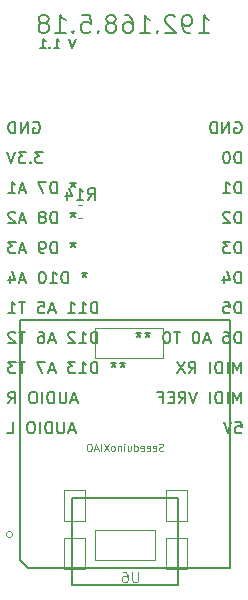
<source format=gbr>
G04 #@! TF.GenerationSoftware,KiCad,Pcbnew,(5.1.5-0)*
G04 #@! TF.CreationDate,2022-04-04T15:40:45-07:00*
G04 #@! TF.ProjectId,wvr_v.1.0,7776725f-762e-4312-9e30-2e6b69636164,rev?*
G04 #@! TF.SameCoordinates,Original*
G04 #@! TF.FileFunction,Legend,Bot*
G04 #@! TF.FilePolarity,Positive*
%FSLAX46Y46*%
G04 Gerber Fmt 4.6, Leading zero omitted, Abs format (unit mm)*
G04 Created by KiCad (PCBNEW (5.1.5-0)) date 2022-04-04 15:40:45*
%MOMM*%
%LPD*%
G04 APERTURE LIST*
%ADD10C,0.153000*%
%ADD11C,0.120000*%
%ADD12C,0.066040*%
%ADD13C,0.127000*%
%ADD14C,0.100000*%
%ADD15C,0.150000*%
%ADD16C,0.101600*%
%ADD17C,0.076200*%
G04 APERTURE END LIST*
D10*
X139323809Y-20361904D02*
X139057142Y-21161904D01*
X138790476Y-20361904D01*
X137495238Y-21161904D02*
X137952380Y-21161904D01*
X137723809Y-21161904D02*
X137723809Y-20361904D01*
X137800000Y-20476190D01*
X137876190Y-20552380D01*
X137952380Y-20590476D01*
X137152380Y-21085714D02*
X137114285Y-21123809D01*
X137152380Y-21161904D01*
X137190476Y-21123809D01*
X137152380Y-21085714D01*
X137152380Y-21161904D01*
X136352380Y-21161904D02*
X136809523Y-21161904D01*
X136580952Y-21161904D02*
X136580952Y-20361904D01*
X136657142Y-20476190D01*
X136733333Y-20552380D01*
X136809523Y-20590476D01*
X149757142Y-19878571D02*
X150614285Y-19878571D01*
X150185714Y-19878571D02*
X150185714Y-18378571D01*
X150328571Y-18592857D01*
X150471428Y-18735714D01*
X150614285Y-18807142D01*
X149042857Y-19878571D02*
X148757142Y-19878571D01*
X148614285Y-19807142D01*
X148542857Y-19735714D01*
X148400000Y-19521428D01*
X148328571Y-19235714D01*
X148328571Y-18664285D01*
X148400000Y-18521428D01*
X148471428Y-18450000D01*
X148614285Y-18378571D01*
X148900000Y-18378571D01*
X149042857Y-18450000D01*
X149114285Y-18521428D01*
X149185714Y-18664285D01*
X149185714Y-19021428D01*
X149114285Y-19164285D01*
X149042857Y-19235714D01*
X148900000Y-19307142D01*
X148614285Y-19307142D01*
X148471428Y-19235714D01*
X148400000Y-19164285D01*
X148328571Y-19021428D01*
X147757142Y-18521428D02*
X147685714Y-18450000D01*
X147542857Y-18378571D01*
X147185714Y-18378571D01*
X147042857Y-18450000D01*
X146971428Y-18521428D01*
X146900000Y-18664285D01*
X146900000Y-18807142D01*
X146971428Y-19021428D01*
X147828571Y-19878571D01*
X146900000Y-19878571D01*
X146257142Y-19735714D02*
X146185714Y-19807142D01*
X146257142Y-19878571D01*
X146328571Y-19807142D01*
X146257142Y-19735714D01*
X146257142Y-19878571D01*
X144757142Y-19878571D02*
X145614285Y-19878571D01*
X145185714Y-19878571D02*
X145185714Y-18378571D01*
X145328571Y-18592857D01*
X145471428Y-18735714D01*
X145614285Y-18807142D01*
X143471428Y-18378571D02*
X143757142Y-18378571D01*
X143900000Y-18450000D01*
X143971428Y-18521428D01*
X144114285Y-18735714D01*
X144185714Y-19021428D01*
X144185714Y-19592857D01*
X144114285Y-19735714D01*
X144042857Y-19807142D01*
X143900000Y-19878571D01*
X143614285Y-19878571D01*
X143471428Y-19807142D01*
X143400000Y-19735714D01*
X143328571Y-19592857D01*
X143328571Y-19235714D01*
X143400000Y-19092857D01*
X143471428Y-19021428D01*
X143614285Y-18950000D01*
X143900000Y-18950000D01*
X144042857Y-19021428D01*
X144114285Y-19092857D01*
X144185714Y-19235714D01*
X142471428Y-19021428D02*
X142614285Y-18950000D01*
X142685714Y-18878571D01*
X142757142Y-18735714D01*
X142757142Y-18664285D01*
X142685714Y-18521428D01*
X142614285Y-18450000D01*
X142471428Y-18378571D01*
X142185714Y-18378571D01*
X142042857Y-18450000D01*
X141971428Y-18521428D01*
X141900000Y-18664285D01*
X141900000Y-18735714D01*
X141971428Y-18878571D01*
X142042857Y-18950000D01*
X142185714Y-19021428D01*
X142471428Y-19021428D01*
X142614285Y-19092857D01*
X142685714Y-19164285D01*
X142757142Y-19307142D01*
X142757142Y-19592857D01*
X142685714Y-19735714D01*
X142614285Y-19807142D01*
X142471428Y-19878571D01*
X142185714Y-19878571D01*
X142042857Y-19807142D01*
X141971428Y-19735714D01*
X141900000Y-19592857D01*
X141900000Y-19307142D01*
X141971428Y-19164285D01*
X142042857Y-19092857D01*
X142185714Y-19021428D01*
X141257142Y-19735714D02*
X141185714Y-19807142D01*
X141257142Y-19878571D01*
X141328571Y-19807142D01*
X141257142Y-19735714D01*
X141257142Y-19878571D01*
X139828571Y-18378571D02*
X140542857Y-18378571D01*
X140614285Y-19092857D01*
X140542857Y-19021428D01*
X140400000Y-18950000D01*
X140042857Y-18950000D01*
X139900000Y-19021428D01*
X139828571Y-19092857D01*
X139757142Y-19235714D01*
X139757142Y-19592857D01*
X139828571Y-19735714D01*
X139900000Y-19807142D01*
X140042857Y-19878571D01*
X140400000Y-19878571D01*
X140542857Y-19807142D01*
X140614285Y-19735714D01*
X139114285Y-19735714D02*
X139042857Y-19807142D01*
X139114285Y-19878571D01*
X139185714Y-19807142D01*
X139114285Y-19735714D01*
X139114285Y-19878571D01*
X137614285Y-19878571D02*
X138471428Y-19878571D01*
X138042857Y-19878571D02*
X138042857Y-18378571D01*
X138185714Y-18592857D01*
X138328571Y-18735714D01*
X138471428Y-18807142D01*
X136757142Y-19021428D02*
X136900000Y-18950000D01*
X136971428Y-18878571D01*
X137042857Y-18735714D01*
X137042857Y-18664285D01*
X136971428Y-18521428D01*
X136900000Y-18450000D01*
X136757142Y-18378571D01*
X136471428Y-18378571D01*
X136328571Y-18450000D01*
X136257142Y-18521428D01*
X136185714Y-18664285D01*
X136185714Y-18735714D01*
X136257142Y-18878571D01*
X136328571Y-18950000D01*
X136471428Y-19021428D01*
X136757142Y-19021428D01*
X136900000Y-19092857D01*
X136971428Y-19164285D01*
X137042857Y-19307142D01*
X137042857Y-19592857D01*
X136971428Y-19735714D01*
X136900000Y-19807142D01*
X136757142Y-19878571D01*
X136471428Y-19878571D01*
X136328571Y-19807142D01*
X136257142Y-19735714D01*
X136185714Y-19592857D01*
X136185714Y-19307142D01*
X136257142Y-19164285D01*
X136328571Y-19092857D01*
X136471428Y-19021428D01*
X139258973Y-53506666D02*
X138782783Y-53506666D01*
X139354211Y-53792380D02*
X139020878Y-52792380D01*
X138687545Y-53792380D01*
X138354211Y-52792380D02*
X138354211Y-53601904D01*
X138306592Y-53697142D01*
X138258973Y-53744761D01*
X138163735Y-53792380D01*
X137973259Y-53792380D01*
X137878021Y-53744761D01*
X137830402Y-53697142D01*
X137782783Y-53601904D01*
X137782783Y-52792380D01*
X137306592Y-53792380D02*
X137306592Y-52792380D01*
X137068497Y-52792380D01*
X136925640Y-52840000D01*
X136830402Y-52935238D01*
X136782783Y-53030476D01*
X136735164Y-53220952D01*
X136735164Y-53363809D01*
X136782783Y-53554285D01*
X136830402Y-53649523D01*
X136925640Y-53744761D01*
X137068497Y-53792380D01*
X137306592Y-53792380D01*
X136306592Y-53792380D02*
X136306592Y-52792380D01*
X135639926Y-52792380D02*
X135449450Y-52792380D01*
X135354211Y-52840000D01*
X135258973Y-52935238D01*
X135211354Y-53125714D01*
X135211354Y-53459047D01*
X135258973Y-53649523D01*
X135354211Y-53744761D01*
X135449450Y-53792380D01*
X135639926Y-53792380D01*
X135735164Y-53744761D01*
X135830402Y-53649523D01*
X135878021Y-53459047D01*
X135878021Y-53125714D01*
X135830402Y-52935238D01*
X135735164Y-52840000D01*
X135639926Y-52792380D01*
X133544688Y-53792380D02*
X134020878Y-53792380D01*
X134020878Y-52792380D01*
X139449450Y-50966666D02*
X138973259Y-50966666D01*
X139544688Y-51252380D02*
X139211354Y-50252380D01*
X138878021Y-51252380D01*
X138544688Y-50252380D02*
X138544688Y-51061904D01*
X138497069Y-51157142D01*
X138449450Y-51204761D01*
X138354211Y-51252380D01*
X138163735Y-51252380D01*
X138068497Y-51204761D01*
X138020878Y-51157142D01*
X137973259Y-51061904D01*
X137973259Y-50252380D01*
X137497069Y-51252380D02*
X137497069Y-50252380D01*
X137258973Y-50252380D01*
X137116116Y-50300000D01*
X137020878Y-50395238D01*
X136973259Y-50490476D01*
X136925640Y-50680952D01*
X136925640Y-50823809D01*
X136973259Y-51014285D01*
X137020878Y-51109523D01*
X137116116Y-51204761D01*
X137258973Y-51252380D01*
X137497069Y-51252380D01*
X136497069Y-51252380D02*
X136497069Y-50252380D01*
X135830402Y-50252380D02*
X135639926Y-50252380D01*
X135544688Y-50300000D01*
X135449450Y-50395238D01*
X135401830Y-50585714D01*
X135401830Y-50919047D01*
X135449450Y-51109523D01*
X135544688Y-51204761D01*
X135639926Y-51252380D01*
X135830402Y-51252380D01*
X135925640Y-51204761D01*
X136020878Y-51109523D01*
X136068497Y-50919047D01*
X136068497Y-50585714D01*
X136020878Y-50395238D01*
X135925640Y-50300000D01*
X135830402Y-50252380D01*
X133639926Y-51252380D02*
X133973259Y-50776190D01*
X134211354Y-51252380D02*
X134211354Y-50252380D01*
X133830402Y-50252380D01*
X133735164Y-50300000D01*
X133687545Y-50347619D01*
X133639926Y-50442857D01*
X133639926Y-50585714D01*
X133687545Y-50680952D01*
X133735164Y-50728571D01*
X133830402Y-50776190D01*
X134211354Y-50776190D01*
X143306592Y-47712380D02*
X143306592Y-47950476D01*
X143544688Y-47855238D02*
X143306592Y-47950476D01*
X143068497Y-47855238D01*
X143449450Y-48140952D02*
X143306592Y-47950476D01*
X143163735Y-48140952D01*
X142544688Y-47712380D02*
X142544688Y-47950476D01*
X142782783Y-47855238D02*
X142544688Y-47950476D01*
X142306592Y-47855238D01*
X142687545Y-48140952D02*
X142544688Y-47950476D01*
X142401830Y-48140952D01*
X141163735Y-48712380D02*
X141163735Y-47712380D01*
X140925640Y-47712380D01*
X140782783Y-47760000D01*
X140687545Y-47855238D01*
X140639926Y-47950476D01*
X140592307Y-48140952D01*
X140592307Y-48283809D01*
X140639926Y-48474285D01*
X140687545Y-48569523D01*
X140782783Y-48664761D01*
X140925640Y-48712380D01*
X141163735Y-48712380D01*
X139639926Y-48712380D02*
X140211354Y-48712380D01*
X139925640Y-48712380D02*
X139925640Y-47712380D01*
X140020878Y-47855238D01*
X140116116Y-47950476D01*
X140211354Y-47998095D01*
X139306592Y-47712380D02*
X138687545Y-47712380D01*
X139020878Y-48093333D01*
X138878021Y-48093333D01*
X138782783Y-48140952D01*
X138735164Y-48188571D01*
X138687545Y-48283809D01*
X138687545Y-48521904D01*
X138735164Y-48617142D01*
X138782783Y-48664761D01*
X138878021Y-48712380D01*
X139163735Y-48712380D01*
X139258973Y-48664761D01*
X139306592Y-48617142D01*
X137544688Y-48426666D02*
X137068497Y-48426666D01*
X137639926Y-48712380D02*
X137306592Y-47712380D01*
X136973259Y-48712380D01*
X136735164Y-47712380D02*
X136068497Y-47712380D01*
X136497069Y-48712380D01*
X135068497Y-47712380D02*
X134497069Y-47712380D01*
X134782783Y-48712380D02*
X134782783Y-47712380D01*
X134258973Y-47712380D02*
X133639926Y-47712380D01*
X133973259Y-48093333D01*
X133830402Y-48093333D01*
X133735164Y-48140952D01*
X133687545Y-48188571D01*
X133639926Y-48283809D01*
X133639926Y-48521904D01*
X133687545Y-48617142D01*
X133735164Y-48664761D01*
X133830402Y-48712380D01*
X134116116Y-48712380D01*
X134211354Y-48664761D01*
X134258973Y-48617142D01*
X141163735Y-46172380D02*
X141163735Y-45172380D01*
X140925640Y-45172380D01*
X140782783Y-45220000D01*
X140687545Y-45315238D01*
X140639926Y-45410476D01*
X140592307Y-45600952D01*
X140592307Y-45743809D01*
X140639926Y-45934285D01*
X140687545Y-46029523D01*
X140782783Y-46124761D01*
X140925640Y-46172380D01*
X141163735Y-46172380D01*
X139639926Y-46172380D02*
X140211354Y-46172380D01*
X139925640Y-46172380D02*
X139925640Y-45172380D01*
X140020878Y-45315238D01*
X140116116Y-45410476D01*
X140211354Y-45458095D01*
X139258973Y-45267619D02*
X139211354Y-45220000D01*
X139116116Y-45172380D01*
X138878021Y-45172380D01*
X138782783Y-45220000D01*
X138735164Y-45267619D01*
X138687545Y-45362857D01*
X138687545Y-45458095D01*
X138735164Y-45600952D01*
X139306592Y-46172380D01*
X138687545Y-46172380D01*
X137544688Y-45886666D02*
X137068497Y-45886666D01*
X137639926Y-46172380D02*
X137306592Y-45172380D01*
X136973259Y-46172380D01*
X136211354Y-45172380D02*
X136401830Y-45172380D01*
X136497069Y-45220000D01*
X136544688Y-45267619D01*
X136639926Y-45410476D01*
X136687545Y-45600952D01*
X136687545Y-45981904D01*
X136639926Y-46077142D01*
X136592307Y-46124761D01*
X136497069Y-46172380D01*
X136306592Y-46172380D01*
X136211354Y-46124761D01*
X136163735Y-46077142D01*
X136116116Y-45981904D01*
X136116116Y-45743809D01*
X136163735Y-45648571D01*
X136211354Y-45600952D01*
X136306592Y-45553333D01*
X136497069Y-45553333D01*
X136592307Y-45600952D01*
X136639926Y-45648571D01*
X136687545Y-45743809D01*
X135068497Y-45172380D02*
X134497069Y-45172380D01*
X134782783Y-46172380D02*
X134782783Y-45172380D01*
X134211354Y-45267619D02*
X134163735Y-45220000D01*
X134068497Y-45172380D01*
X133830402Y-45172380D01*
X133735164Y-45220000D01*
X133687545Y-45267619D01*
X133639926Y-45362857D01*
X133639926Y-45458095D01*
X133687545Y-45600952D01*
X134258973Y-46172380D01*
X133639926Y-46172380D01*
X141163735Y-43632380D02*
X141163735Y-42632380D01*
X140925640Y-42632380D01*
X140782783Y-42680000D01*
X140687545Y-42775238D01*
X140639926Y-42870476D01*
X140592307Y-43060952D01*
X140592307Y-43203809D01*
X140639926Y-43394285D01*
X140687545Y-43489523D01*
X140782783Y-43584761D01*
X140925640Y-43632380D01*
X141163735Y-43632380D01*
X139639926Y-43632380D02*
X140211354Y-43632380D01*
X139925640Y-43632380D02*
X139925640Y-42632380D01*
X140020878Y-42775238D01*
X140116116Y-42870476D01*
X140211354Y-42918095D01*
X138687545Y-43632380D02*
X139258973Y-43632380D01*
X138973259Y-43632380D02*
X138973259Y-42632380D01*
X139068497Y-42775238D01*
X139163735Y-42870476D01*
X139258973Y-42918095D01*
X137544688Y-43346666D02*
X137068497Y-43346666D01*
X137639926Y-43632380D02*
X137306592Y-42632380D01*
X136973259Y-43632380D01*
X136163735Y-42632380D02*
X136639926Y-42632380D01*
X136687545Y-43108571D01*
X136639926Y-43060952D01*
X136544688Y-43013333D01*
X136306592Y-43013333D01*
X136211354Y-43060952D01*
X136163735Y-43108571D01*
X136116116Y-43203809D01*
X136116116Y-43441904D01*
X136163735Y-43537142D01*
X136211354Y-43584761D01*
X136306592Y-43632380D01*
X136544688Y-43632380D01*
X136639926Y-43584761D01*
X136687545Y-43537142D01*
X135068497Y-42632380D02*
X134497069Y-42632380D01*
X134782783Y-43632380D02*
X134782783Y-42632380D01*
X133639926Y-43632380D02*
X134211354Y-43632380D01*
X133925640Y-43632380D02*
X133925640Y-42632380D01*
X134020878Y-42775238D01*
X134116116Y-42870476D01*
X134211354Y-42918095D01*
X140068497Y-40092380D02*
X140068497Y-40330476D01*
X140306592Y-40235238D02*
X140068497Y-40330476D01*
X139830402Y-40235238D01*
X140211354Y-40520952D02*
X140068497Y-40330476D01*
X139925640Y-40520952D01*
X138687545Y-41092380D02*
X138687545Y-40092380D01*
X138449450Y-40092380D01*
X138306592Y-40140000D01*
X138211354Y-40235238D01*
X138163735Y-40330476D01*
X138116116Y-40520952D01*
X138116116Y-40663809D01*
X138163735Y-40854285D01*
X138211354Y-40949523D01*
X138306592Y-41044761D01*
X138449450Y-41092380D01*
X138687545Y-41092380D01*
X137163735Y-41092380D02*
X137735164Y-41092380D01*
X137449450Y-41092380D02*
X137449450Y-40092380D01*
X137544688Y-40235238D01*
X137639926Y-40330476D01*
X137735164Y-40378095D01*
X136544688Y-40092380D02*
X136449450Y-40092380D01*
X136354211Y-40140000D01*
X136306592Y-40187619D01*
X136258973Y-40282857D01*
X136211354Y-40473333D01*
X136211354Y-40711428D01*
X136258973Y-40901904D01*
X136306592Y-40997142D01*
X136354211Y-41044761D01*
X136449450Y-41092380D01*
X136544688Y-41092380D01*
X136639926Y-41044761D01*
X136687545Y-40997142D01*
X136735164Y-40901904D01*
X136782783Y-40711428D01*
X136782783Y-40473333D01*
X136735164Y-40282857D01*
X136687545Y-40187619D01*
X136639926Y-40140000D01*
X136544688Y-40092380D01*
X135068497Y-40806666D02*
X134592307Y-40806666D01*
X135163735Y-41092380D02*
X134830402Y-40092380D01*
X134497069Y-41092380D01*
X133735164Y-40425714D02*
X133735164Y-41092380D01*
X133973259Y-40044761D02*
X134211354Y-40759047D01*
X133592307Y-40759047D01*
X139116116Y-37552380D02*
X139116116Y-37790476D01*
X139354211Y-37695238D02*
X139116116Y-37790476D01*
X138878021Y-37695238D01*
X139258973Y-37980952D02*
X139116116Y-37790476D01*
X138973259Y-37980952D01*
X137735164Y-38552380D02*
X137735164Y-37552380D01*
X137497069Y-37552380D01*
X137354211Y-37600000D01*
X137258973Y-37695238D01*
X137211354Y-37790476D01*
X137163735Y-37980952D01*
X137163735Y-38123809D01*
X137211354Y-38314285D01*
X137258973Y-38409523D01*
X137354211Y-38504761D01*
X137497069Y-38552380D01*
X137735164Y-38552380D01*
X136687545Y-38552380D02*
X136497069Y-38552380D01*
X136401830Y-38504761D01*
X136354211Y-38457142D01*
X136258973Y-38314285D01*
X136211354Y-38123809D01*
X136211354Y-37742857D01*
X136258973Y-37647619D01*
X136306592Y-37600000D01*
X136401830Y-37552380D01*
X136592307Y-37552380D01*
X136687545Y-37600000D01*
X136735164Y-37647619D01*
X136782783Y-37742857D01*
X136782783Y-37980952D01*
X136735164Y-38076190D01*
X136687545Y-38123809D01*
X136592307Y-38171428D01*
X136401830Y-38171428D01*
X136306592Y-38123809D01*
X136258973Y-38076190D01*
X136211354Y-37980952D01*
X135068497Y-38266666D02*
X134592307Y-38266666D01*
X135163735Y-38552380D02*
X134830402Y-37552380D01*
X134497069Y-38552380D01*
X134258973Y-37552380D02*
X133639926Y-37552380D01*
X133973259Y-37933333D01*
X133830402Y-37933333D01*
X133735164Y-37980952D01*
X133687545Y-38028571D01*
X133639926Y-38123809D01*
X133639926Y-38361904D01*
X133687545Y-38457142D01*
X133735164Y-38504761D01*
X133830402Y-38552380D01*
X134116116Y-38552380D01*
X134211354Y-38504761D01*
X134258973Y-38457142D01*
X139116116Y-35012380D02*
X139116116Y-35250476D01*
X139354211Y-35155238D02*
X139116116Y-35250476D01*
X138878021Y-35155238D01*
X139258973Y-35440952D02*
X139116116Y-35250476D01*
X138973259Y-35440952D01*
X137735164Y-36012380D02*
X137735164Y-35012380D01*
X137497069Y-35012380D01*
X137354211Y-35060000D01*
X137258973Y-35155238D01*
X137211354Y-35250476D01*
X137163735Y-35440952D01*
X137163735Y-35583809D01*
X137211354Y-35774285D01*
X137258973Y-35869523D01*
X137354211Y-35964761D01*
X137497069Y-36012380D01*
X137735164Y-36012380D01*
X136592307Y-35440952D02*
X136687545Y-35393333D01*
X136735164Y-35345714D01*
X136782783Y-35250476D01*
X136782783Y-35202857D01*
X136735164Y-35107619D01*
X136687545Y-35060000D01*
X136592307Y-35012380D01*
X136401830Y-35012380D01*
X136306592Y-35060000D01*
X136258973Y-35107619D01*
X136211354Y-35202857D01*
X136211354Y-35250476D01*
X136258973Y-35345714D01*
X136306592Y-35393333D01*
X136401830Y-35440952D01*
X136592307Y-35440952D01*
X136687545Y-35488571D01*
X136735164Y-35536190D01*
X136782783Y-35631428D01*
X136782783Y-35821904D01*
X136735164Y-35917142D01*
X136687545Y-35964761D01*
X136592307Y-36012380D01*
X136401830Y-36012380D01*
X136306592Y-35964761D01*
X136258973Y-35917142D01*
X136211354Y-35821904D01*
X136211354Y-35631428D01*
X136258973Y-35536190D01*
X136306592Y-35488571D01*
X136401830Y-35440952D01*
X135068497Y-35726666D02*
X134592307Y-35726666D01*
X135163735Y-36012380D02*
X134830402Y-35012380D01*
X134497069Y-36012380D01*
X134211354Y-35107619D02*
X134163735Y-35060000D01*
X134068497Y-35012380D01*
X133830402Y-35012380D01*
X133735164Y-35060000D01*
X133687545Y-35107619D01*
X133639926Y-35202857D01*
X133639926Y-35298095D01*
X133687545Y-35440952D01*
X134258973Y-36012380D01*
X133639926Y-36012380D01*
X139116116Y-32472380D02*
X139116116Y-32710476D01*
X139354211Y-32615238D02*
X139116116Y-32710476D01*
X138878021Y-32615238D01*
X139258973Y-32900952D02*
X139116116Y-32710476D01*
X138973259Y-32900952D01*
X137735164Y-33472380D02*
X137735164Y-32472380D01*
X137497069Y-32472380D01*
X137354211Y-32520000D01*
X137258973Y-32615238D01*
X137211354Y-32710476D01*
X137163735Y-32900952D01*
X137163735Y-33043809D01*
X137211354Y-33234285D01*
X137258973Y-33329523D01*
X137354211Y-33424761D01*
X137497069Y-33472380D01*
X137735164Y-33472380D01*
X136830402Y-32472380D02*
X136163735Y-32472380D01*
X136592307Y-33472380D01*
X135068497Y-33186666D02*
X134592307Y-33186666D01*
X135163735Y-33472380D02*
X134830402Y-32472380D01*
X134497069Y-33472380D01*
X133639926Y-33472380D02*
X134211354Y-33472380D01*
X133925640Y-33472380D02*
X133925640Y-32472380D01*
X134020878Y-32615238D01*
X134116116Y-32710476D01*
X134211354Y-32758095D01*
X136544688Y-29932380D02*
X135925640Y-29932380D01*
X136258973Y-30313333D01*
X136116116Y-30313333D01*
X136020878Y-30360952D01*
X135973259Y-30408571D01*
X135925640Y-30503809D01*
X135925640Y-30741904D01*
X135973259Y-30837142D01*
X136020878Y-30884761D01*
X136116116Y-30932380D01*
X136401830Y-30932380D01*
X136497069Y-30884761D01*
X136544688Y-30837142D01*
X135497069Y-30837142D02*
X135449450Y-30884761D01*
X135497069Y-30932380D01*
X135544688Y-30884761D01*
X135497069Y-30837142D01*
X135497069Y-30932380D01*
X135116116Y-29932380D02*
X134497069Y-29932380D01*
X134830402Y-30313333D01*
X134687545Y-30313333D01*
X134592307Y-30360952D01*
X134544688Y-30408571D01*
X134497069Y-30503809D01*
X134497069Y-30741904D01*
X134544688Y-30837142D01*
X134592307Y-30884761D01*
X134687545Y-30932380D01*
X134973259Y-30932380D01*
X135068497Y-30884761D01*
X135116116Y-30837142D01*
X134211354Y-29932380D02*
X133878021Y-30932380D01*
X133544688Y-29932380D01*
X152856264Y-52792380D02*
X153332454Y-52792380D01*
X153380073Y-53268571D01*
X153332454Y-53220952D01*
X153237216Y-53173333D01*
X152999121Y-53173333D01*
X152903883Y-53220952D01*
X152856264Y-53268571D01*
X152808645Y-53363809D01*
X152808645Y-53601904D01*
X152856264Y-53697142D01*
X152903883Y-53744761D01*
X152999121Y-53792380D01*
X153237216Y-53792380D01*
X153332454Y-53744761D01*
X153380073Y-53697142D01*
X152522930Y-52792380D02*
X152189597Y-53792380D01*
X151856264Y-52792380D01*
X153332454Y-51252380D02*
X153332454Y-50252380D01*
X152999121Y-50966666D01*
X152665788Y-50252380D01*
X152665788Y-51252380D01*
X152189597Y-51252380D02*
X152189597Y-50252380D01*
X151713407Y-51252380D02*
X151713407Y-50252380D01*
X151475311Y-50252380D01*
X151332454Y-50300000D01*
X151237216Y-50395238D01*
X151189597Y-50490476D01*
X151141978Y-50680952D01*
X151141978Y-50823809D01*
X151189597Y-51014285D01*
X151237216Y-51109523D01*
X151332454Y-51204761D01*
X151475311Y-51252380D01*
X151713407Y-51252380D01*
X150713407Y-51252380D02*
X150713407Y-50252380D01*
X149618169Y-50252380D02*
X149284835Y-51252380D01*
X148951502Y-50252380D01*
X148046740Y-51252380D02*
X148380073Y-50776190D01*
X148618169Y-51252380D02*
X148618169Y-50252380D01*
X148237216Y-50252380D01*
X148141978Y-50300000D01*
X148094359Y-50347619D01*
X148046740Y-50442857D01*
X148046740Y-50585714D01*
X148094359Y-50680952D01*
X148141978Y-50728571D01*
X148237216Y-50776190D01*
X148618169Y-50776190D01*
X147618169Y-50728571D02*
X147284835Y-50728571D01*
X147141978Y-51252380D02*
X147618169Y-51252380D01*
X147618169Y-50252380D01*
X147141978Y-50252380D01*
X146380073Y-50728571D02*
X146713407Y-50728571D01*
X146713407Y-51252380D02*
X146713407Y-50252380D01*
X146237216Y-50252380D01*
X153332454Y-48712380D02*
X153332454Y-47712380D01*
X152999121Y-48426666D01*
X152665788Y-47712380D01*
X152665788Y-48712380D01*
X152189597Y-48712380D02*
X152189597Y-47712380D01*
X151713407Y-48712380D02*
X151713407Y-47712380D01*
X151475311Y-47712380D01*
X151332454Y-47760000D01*
X151237216Y-47855238D01*
X151189597Y-47950476D01*
X151141978Y-48140952D01*
X151141978Y-48283809D01*
X151189597Y-48474285D01*
X151237216Y-48569523D01*
X151332454Y-48664761D01*
X151475311Y-48712380D01*
X151713407Y-48712380D01*
X150713407Y-48712380D02*
X150713407Y-47712380D01*
X148903883Y-48712380D02*
X149237216Y-48236190D01*
X149475311Y-48712380D02*
X149475311Y-47712380D01*
X149094359Y-47712380D01*
X148999121Y-47760000D01*
X148951502Y-47807619D01*
X148903883Y-47902857D01*
X148903883Y-48045714D01*
X148951502Y-48140952D01*
X148999121Y-48188571D01*
X149094359Y-48236190D01*
X149475311Y-48236190D01*
X148570550Y-47712380D02*
X147903883Y-48712380D01*
X147903883Y-47712380D02*
X148570550Y-48712380D01*
X153332454Y-46172380D02*
X153332454Y-45172380D01*
X153094359Y-45172380D01*
X152951502Y-45220000D01*
X152856264Y-45315238D01*
X152808645Y-45410476D01*
X152761026Y-45600952D01*
X152761026Y-45743809D01*
X152808645Y-45934285D01*
X152856264Y-46029523D01*
X152951502Y-46124761D01*
X153094359Y-46172380D01*
X153332454Y-46172380D01*
X151903883Y-45172380D02*
X152094359Y-45172380D01*
X152189597Y-45220000D01*
X152237216Y-45267619D01*
X152332454Y-45410476D01*
X152380073Y-45600952D01*
X152380073Y-45981904D01*
X152332454Y-46077142D01*
X152284835Y-46124761D01*
X152189597Y-46172380D01*
X151999121Y-46172380D01*
X151903883Y-46124761D01*
X151856264Y-46077142D01*
X151808645Y-45981904D01*
X151808645Y-45743809D01*
X151856264Y-45648571D01*
X151903883Y-45600952D01*
X151999121Y-45553333D01*
X152189597Y-45553333D01*
X152284835Y-45600952D01*
X152332454Y-45648571D01*
X152380073Y-45743809D01*
X150665788Y-45886666D02*
X150189597Y-45886666D01*
X150761026Y-46172380D02*
X150427692Y-45172380D01*
X150094359Y-46172380D01*
X149570550Y-45172380D02*
X149475311Y-45172380D01*
X149380073Y-45220000D01*
X149332454Y-45267619D01*
X149284835Y-45362857D01*
X149237216Y-45553333D01*
X149237216Y-45791428D01*
X149284835Y-45981904D01*
X149332454Y-46077142D01*
X149380073Y-46124761D01*
X149475311Y-46172380D01*
X149570550Y-46172380D01*
X149665788Y-46124761D01*
X149713407Y-46077142D01*
X149761026Y-45981904D01*
X149808645Y-45791428D01*
X149808645Y-45553333D01*
X149761026Y-45362857D01*
X149713407Y-45267619D01*
X149665788Y-45220000D01*
X149570550Y-45172380D01*
X148189597Y-45172380D02*
X147618169Y-45172380D01*
X147903883Y-46172380D02*
X147903883Y-45172380D01*
X147094359Y-45172380D02*
X146999121Y-45172380D01*
X146903883Y-45220000D01*
X146856264Y-45267619D01*
X146808645Y-45362857D01*
X146761026Y-45553333D01*
X146761026Y-45791428D01*
X146808645Y-45981904D01*
X146856264Y-46077142D01*
X146903883Y-46124761D01*
X146999121Y-46172380D01*
X147094359Y-46172380D01*
X147189597Y-46124761D01*
X147237216Y-46077142D01*
X147284835Y-45981904D01*
X147332454Y-45791428D01*
X147332454Y-45553333D01*
X147284835Y-45362857D01*
X147237216Y-45267619D01*
X147189597Y-45220000D01*
X147094359Y-45172380D01*
X145427692Y-45172380D02*
X145427692Y-45410476D01*
X145665788Y-45315238D02*
X145427692Y-45410476D01*
X145189597Y-45315238D01*
X145570550Y-45600952D02*
X145427692Y-45410476D01*
X145284835Y-45600952D01*
X144665788Y-45172380D02*
X144665788Y-45410476D01*
X144903883Y-45315238D02*
X144665788Y-45410476D01*
X144427692Y-45315238D01*
X144808645Y-45600952D02*
X144665788Y-45410476D01*
X144522930Y-45600952D01*
X153332454Y-43632380D02*
X153332454Y-42632380D01*
X153094359Y-42632380D01*
X152951502Y-42680000D01*
X152856264Y-42775238D01*
X152808645Y-42870476D01*
X152761026Y-43060952D01*
X152761026Y-43203809D01*
X152808645Y-43394285D01*
X152856264Y-43489523D01*
X152951502Y-43584761D01*
X153094359Y-43632380D01*
X153332454Y-43632380D01*
X151856264Y-42632380D02*
X152332454Y-42632380D01*
X152380073Y-43108571D01*
X152332454Y-43060952D01*
X152237216Y-43013333D01*
X151999121Y-43013333D01*
X151903883Y-43060952D01*
X151856264Y-43108571D01*
X151808645Y-43203809D01*
X151808645Y-43441904D01*
X151856264Y-43537142D01*
X151903883Y-43584761D01*
X151999121Y-43632380D01*
X152237216Y-43632380D01*
X152332454Y-43584761D01*
X152380073Y-43537142D01*
X153332454Y-41092380D02*
X153332454Y-40092380D01*
X153094359Y-40092380D01*
X152951502Y-40140000D01*
X152856264Y-40235238D01*
X152808645Y-40330476D01*
X152761026Y-40520952D01*
X152761026Y-40663809D01*
X152808645Y-40854285D01*
X152856264Y-40949523D01*
X152951502Y-41044761D01*
X153094359Y-41092380D01*
X153332454Y-41092380D01*
X151903883Y-40425714D02*
X151903883Y-41092380D01*
X152141978Y-40044761D02*
X152380073Y-40759047D01*
X151761026Y-40759047D01*
X153332454Y-38552380D02*
X153332454Y-37552380D01*
X153094359Y-37552380D01*
X152951502Y-37600000D01*
X152856264Y-37695238D01*
X152808645Y-37790476D01*
X152761026Y-37980952D01*
X152761026Y-38123809D01*
X152808645Y-38314285D01*
X152856264Y-38409523D01*
X152951502Y-38504761D01*
X153094359Y-38552380D01*
X153332454Y-38552380D01*
X152427692Y-37552380D02*
X151808645Y-37552380D01*
X152141978Y-37933333D01*
X151999121Y-37933333D01*
X151903883Y-37980952D01*
X151856264Y-38028571D01*
X151808645Y-38123809D01*
X151808645Y-38361904D01*
X151856264Y-38457142D01*
X151903883Y-38504761D01*
X151999121Y-38552380D01*
X152284835Y-38552380D01*
X152380073Y-38504761D01*
X152427692Y-38457142D01*
X153332454Y-36012380D02*
X153332454Y-35012380D01*
X153094359Y-35012380D01*
X152951502Y-35060000D01*
X152856264Y-35155238D01*
X152808645Y-35250476D01*
X152761026Y-35440952D01*
X152761026Y-35583809D01*
X152808645Y-35774285D01*
X152856264Y-35869523D01*
X152951502Y-35964761D01*
X153094359Y-36012380D01*
X153332454Y-36012380D01*
X152380073Y-35107619D02*
X152332454Y-35060000D01*
X152237216Y-35012380D01*
X151999121Y-35012380D01*
X151903883Y-35060000D01*
X151856264Y-35107619D01*
X151808645Y-35202857D01*
X151808645Y-35298095D01*
X151856264Y-35440952D01*
X152427692Y-36012380D01*
X151808645Y-36012380D01*
X153332454Y-33472380D02*
X153332454Y-32472380D01*
X153094359Y-32472380D01*
X152951502Y-32520000D01*
X152856264Y-32615238D01*
X152808645Y-32710476D01*
X152761026Y-32900952D01*
X152761026Y-33043809D01*
X152808645Y-33234285D01*
X152856264Y-33329523D01*
X152951502Y-33424761D01*
X153094359Y-33472380D01*
X153332454Y-33472380D01*
X151808645Y-33472380D02*
X152380073Y-33472380D01*
X152094359Y-33472380D02*
X152094359Y-32472380D01*
X152189597Y-32615238D01*
X152284835Y-32710476D01*
X152380073Y-32758095D01*
X153332454Y-30932380D02*
X153332454Y-29932380D01*
X153094359Y-29932380D01*
X152951502Y-29980000D01*
X152856264Y-30075238D01*
X152808645Y-30170476D01*
X152761026Y-30360952D01*
X152761026Y-30503809D01*
X152808645Y-30694285D01*
X152856264Y-30789523D01*
X152951502Y-30884761D01*
X153094359Y-30932380D01*
X153332454Y-30932380D01*
X152141978Y-29932380D02*
X152046740Y-29932380D01*
X151951502Y-29980000D01*
X151903883Y-30027619D01*
X151856264Y-30122857D01*
X151808645Y-30313333D01*
X151808645Y-30551428D01*
X151856264Y-30741904D01*
X151903883Y-30837142D01*
X151951502Y-30884761D01*
X152046740Y-30932380D01*
X152141978Y-30932380D01*
X152237216Y-30884761D01*
X152284835Y-30837142D01*
X152332454Y-30741904D01*
X152380073Y-30551428D01*
X152380073Y-30313333D01*
X152332454Y-30122857D01*
X152284835Y-30027619D01*
X152237216Y-29980000D01*
X152141978Y-29932380D01*
X135735164Y-27440000D02*
X135830402Y-27392380D01*
X135973259Y-27392380D01*
X136116116Y-27440000D01*
X136211354Y-27535238D01*
X136258973Y-27630476D01*
X136306592Y-27820952D01*
X136306592Y-27963809D01*
X136258973Y-28154285D01*
X136211354Y-28249523D01*
X136116116Y-28344761D01*
X135973259Y-28392380D01*
X135878021Y-28392380D01*
X135735164Y-28344761D01*
X135687545Y-28297142D01*
X135687545Y-27963809D01*
X135878021Y-27963809D01*
X135258973Y-28392380D02*
X135258973Y-27392380D01*
X134687545Y-28392380D01*
X134687545Y-27392380D01*
X134211354Y-28392380D02*
X134211354Y-27392380D01*
X133973259Y-27392380D01*
X133830402Y-27440000D01*
X133735164Y-27535238D01*
X133687545Y-27630476D01*
X133639926Y-27820952D01*
X133639926Y-27963809D01*
X133687545Y-28154285D01*
X133735164Y-28249523D01*
X133830402Y-28344761D01*
X133973259Y-28392380D01*
X134211354Y-28392380D01*
X152808645Y-27440000D02*
X152903883Y-27392380D01*
X153046740Y-27392380D01*
X153189597Y-27440000D01*
X153284835Y-27535238D01*
X153332454Y-27630476D01*
X153380073Y-27820952D01*
X153380073Y-27963809D01*
X153332454Y-28154285D01*
X153284835Y-28249523D01*
X153189597Y-28344761D01*
X153046740Y-28392380D01*
X152951502Y-28392380D01*
X152808645Y-28344761D01*
X152761026Y-28297142D01*
X152761026Y-27963809D01*
X152951502Y-27963809D01*
X152332454Y-28392380D02*
X152332454Y-27392380D01*
X151761026Y-28392380D01*
X151761026Y-27392380D01*
X151284835Y-28392380D02*
X151284835Y-27392380D01*
X151046740Y-27392380D01*
X150903883Y-27440000D01*
X150808645Y-27535238D01*
X150761026Y-27630476D01*
X150713407Y-27820952D01*
X150713407Y-27963809D01*
X150761026Y-28154285D01*
X150808645Y-28249523D01*
X150903883Y-28344761D01*
X151046740Y-28392380D01*
X151284835Y-28392380D01*
D11*
X139896267Y-35510000D02*
X139553733Y-35510000D01*
X139896267Y-34490000D02*
X139553733Y-34490000D01*
D12*
X140970000Y-61976000D02*
X146050000Y-61976000D01*
X146050000Y-61976000D02*
X146050000Y-64516000D01*
X140970000Y-64516000D02*
X146050000Y-64516000D01*
X140970000Y-61976000D02*
X140970000Y-64516000D01*
X140970000Y-44831000D02*
X146685000Y-44831000D01*
X146685000Y-44831000D02*
X146685000Y-47371000D01*
X140970000Y-47371000D02*
X146685000Y-47371000D01*
X140970000Y-44831000D02*
X140970000Y-47371000D01*
X138303000Y-62611000D02*
X140081000Y-62611000D01*
X140081000Y-62611000D02*
X140081000Y-65278000D01*
X138303000Y-65278000D02*
X140081000Y-65278000D01*
X138303000Y-62611000D02*
X138303000Y-65278000D01*
X138303000Y-58544460D02*
X140081000Y-58544460D01*
X140081000Y-58544460D02*
X140081000Y-61214000D01*
X138303000Y-61214000D02*
X140081000Y-61214000D01*
X138303000Y-58544460D02*
X138303000Y-61214000D01*
X146939000Y-58544460D02*
X148717000Y-58544460D01*
X148717000Y-58544460D02*
X148717000Y-61214000D01*
X146939000Y-61214000D02*
X148717000Y-61214000D01*
X146939000Y-58544460D02*
X146939000Y-61214000D01*
X146939000Y-62611000D02*
X148717000Y-62611000D01*
X148717000Y-62611000D02*
X148717000Y-65278000D01*
X146939000Y-65278000D02*
X148717000Y-65278000D01*
X146939000Y-62611000D02*
X146939000Y-65278000D01*
D13*
X134620000Y-44196000D02*
X152417780Y-44196000D01*
X152417780Y-44196000D02*
X152417780Y-65194180D01*
X152417780Y-65194180D02*
X135290560Y-65194180D01*
X135290560Y-65194180D02*
X134620000Y-64523620D01*
X134620000Y-64523620D02*
X134620000Y-44196000D01*
X139019280Y-66619120D02*
X148013420Y-66619120D01*
X148013420Y-66619120D02*
X148013420Y-59265820D01*
X148013420Y-59265820D02*
X139014200Y-59265820D01*
X139014200Y-59265820D02*
X139014200Y-66619120D01*
D14*
X133985000Y-62357000D02*
G75*
G03X133985000Y-62357000I-254000J0D01*
G01*
D15*
X140367857Y-34022380D02*
X140701190Y-33546190D01*
X140939285Y-34022380D02*
X140939285Y-33022380D01*
X140558333Y-33022380D01*
X140463095Y-33070000D01*
X140415476Y-33117619D01*
X140367857Y-33212857D01*
X140367857Y-33355714D01*
X140415476Y-33450952D01*
X140463095Y-33498571D01*
X140558333Y-33546190D01*
X140939285Y-33546190D01*
X139415476Y-34022380D02*
X139986904Y-34022380D01*
X139701190Y-34022380D02*
X139701190Y-33022380D01*
X139796428Y-33165238D01*
X139891666Y-33260476D01*
X139986904Y-33308095D01*
X138558333Y-33355714D02*
X138558333Y-34022380D01*
X138796428Y-32974761D02*
X139034523Y-33689047D01*
X138415476Y-33689047D01*
D16*
X144631833Y-65489666D02*
X144631833Y-66209333D01*
X144589500Y-66294000D01*
X144547166Y-66336333D01*
X144462500Y-66378666D01*
X144293166Y-66378666D01*
X144208500Y-66336333D01*
X144166166Y-66294000D01*
X144123833Y-66209333D01*
X144123833Y-65489666D01*
X143319500Y-65489666D02*
X143488833Y-65489666D01*
X143573500Y-65532000D01*
X143615833Y-65574333D01*
X143700500Y-65701333D01*
X143742833Y-65870666D01*
X143742833Y-66209333D01*
X143700500Y-66294000D01*
X143658166Y-66336333D01*
X143573500Y-66378666D01*
X143404166Y-66378666D01*
X143319500Y-66336333D01*
X143277166Y-66294000D01*
X143234833Y-66209333D01*
X143234833Y-65997666D01*
X143277166Y-65913000D01*
X143319500Y-65870666D01*
X143404166Y-65828333D01*
X143573500Y-65828333D01*
X143658166Y-65870666D01*
X143700500Y-65913000D01*
X143742833Y-65997666D01*
D17*
X146732171Y-55237742D02*
X146645085Y-55266771D01*
X146499942Y-55266771D01*
X146441885Y-55237742D01*
X146412857Y-55208714D01*
X146383828Y-55150657D01*
X146383828Y-55092600D01*
X146412857Y-55034542D01*
X146441885Y-55005514D01*
X146499942Y-54976485D01*
X146616057Y-54947457D01*
X146674114Y-54918428D01*
X146703142Y-54889400D01*
X146732171Y-54831342D01*
X146732171Y-54773285D01*
X146703142Y-54715228D01*
X146674114Y-54686200D01*
X146616057Y-54657171D01*
X146470914Y-54657171D01*
X146383828Y-54686200D01*
X145890342Y-55237742D02*
X145948400Y-55266771D01*
X146064514Y-55266771D01*
X146122571Y-55237742D01*
X146151600Y-55179685D01*
X146151600Y-54947457D01*
X146122571Y-54889400D01*
X146064514Y-54860371D01*
X145948400Y-54860371D01*
X145890342Y-54889400D01*
X145861314Y-54947457D01*
X145861314Y-55005514D01*
X146151600Y-55063571D01*
X145367828Y-55237742D02*
X145425885Y-55266771D01*
X145542000Y-55266771D01*
X145600057Y-55237742D01*
X145629085Y-55179685D01*
X145629085Y-54947457D01*
X145600057Y-54889400D01*
X145542000Y-54860371D01*
X145425885Y-54860371D01*
X145367828Y-54889400D01*
X145338800Y-54947457D01*
X145338800Y-55005514D01*
X145629085Y-55063571D01*
X144845314Y-55237742D02*
X144903371Y-55266771D01*
X145019485Y-55266771D01*
X145077542Y-55237742D01*
X145106571Y-55179685D01*
X145106571Y-54947457D01*
X145077542Y-54889400D01*
X145019485Y-54860371D01*
X144903371Y-54860371D01*
X144845314Y-54889400D01*
X144816285Y-54947457D01*
X144816285Y-55005514D01*
X145106571Y-55063571D01*
X144293771Y-55266771D02*
X144293771Y-54657171D01*
X144293771Y-55237742D02*
X144351828Y-55266771D01*
X144467942Y-55266771D01*
X144526000Y-55237742D01*
X144555028Y-55208714D01*
X144584057Y-55150657D01*
X144584057Y-54976485D01*
X144555028Y-54918428D01*
X144526000Y-54889400D01*
X144467942Y-54860371D01*
X144351828Y-54860371D01*
X144293771Y-54889400D01*
X143742228Y-54860371D02*
X143742228Y-55266771D01*
X144003485Y-54860371D02*
X144003485Y-55179685D01*
X143974457Y-55237742D01*
X143916400Y-55266771D01*
X143829314Y-55266771D01*
X143771257Y-55237742D01*
X143742228Y-55208714D01*
X143451942Y-55266771D02*
X143451942Y-54860371D01*
X143451942Y-54657171D02*
X143480971Y-54686200D01*
X143451942Y-54715228D01*
X143422914Y-54686200D01*
X143451942Y-54657171D01*
X143451942Y-54715228D01*
X143161657Y-54860371D02*
X143161657Y-55266771D01*
X143161657Y-54918428D02*
X143132628Y-54889400D01*
X143074571Y-54860371D01*
X142987485Y-54860371D01*
X142929428Y-54889400D01*
X142900400Y-54947457D01*
X142900400Y-55266771D01*
X142523028Y-55266771D02*
X142581085Y-55237742D01*
X142610114Y-55208714D01*
X142639142Y-55150657D01*
X142639142Y-54976485D01*
X142610114Y-54918428D01*
X142581085Y-54889400D01*
X142523028Y-54860371D01*
X142435942Y-54860371D01*
X142377885Y-54889400D01*
X142348857Y-54918428D01*
X142319828Y-54976485D01*
X142319828Y-55150657D01*
X142348857Y-55208714D01*
X142377885Y-55237742D01*
X142435942Y-55266771D01*
X142523028Y-55266771D01*
X142116628Y-54657171D02*
X141710228Y-55266771D01*
X141710228Y-54657171D02*
X142116628Y-55266771D01*
X141478000Y-55266771D02*
X141478000Y-54657171D01*
X141216742Y-55092600D02*
X140926457Y-55092600D01*
X141274800Y-55266771D02*
X141071600Y-54657171D01*
X140868400Y-55266771D01*
X140549085Y-54657171D02*
X140432971Y-54657171D01*
X140374914Y-54686200D01*
X140316857Y-54744257D01*
X140287828Y-54860371D01*
X140287828Y-55063571D01*
X140316857Y-55179685D01*
X140374914Y-55237742D01*
X140432971Y-55266771D01*
X140549085Y-55266771D01*
X140607142Y-55237742D01*
X140665200Y-55179685D01*
X140694228Y-55063571D01*
X140694228Y-54860371D01*
X140665200Y-54744257D01*
X140607142Y-54686200D01*
X140549085Y-54657171D01*
M02*

</source>
